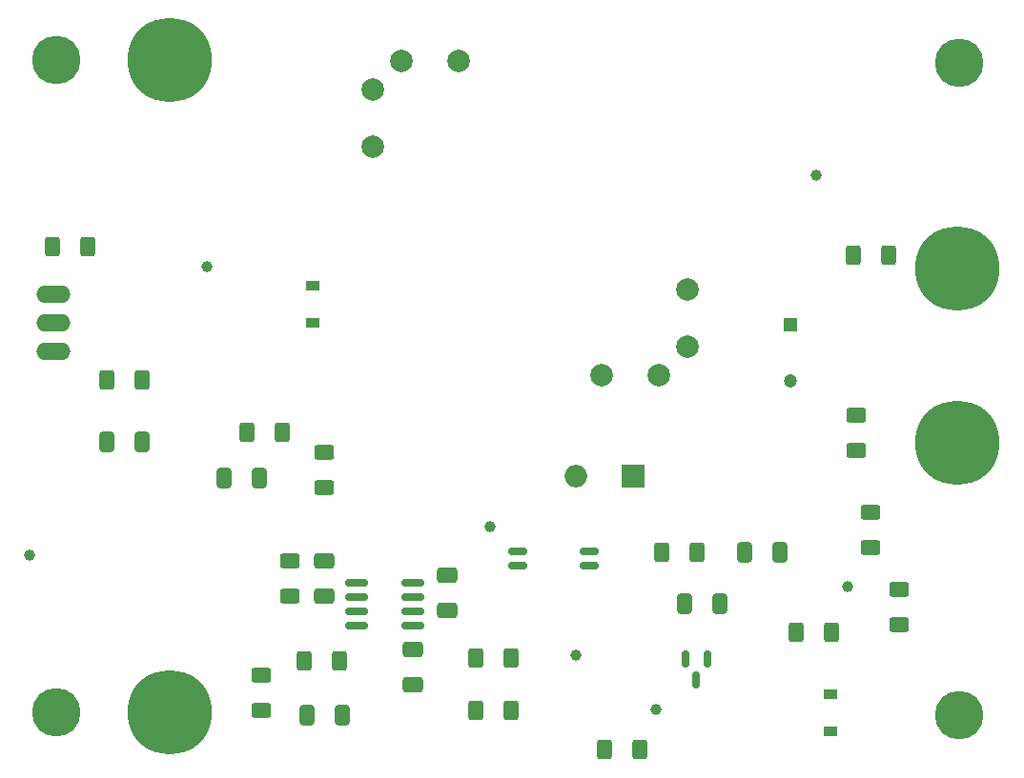
<source format=gbs>
G04 #@! TF.GenerationSoftware,KiCad,Pcbnew,(6.0.11)*
G04 #@! TF.CreationDate,2023-06-15T09:23:19+03:00*
G04 #@! TF.ProjectId,flyback_48V_48W,666c7962-6163-46b5-9f34-38565f343857,rev?*
G04 #@! TF.SameCoordinates,Original*
G04 #@! TF.FileFunction,Soldermask,Bot*
G04 #@! TF.FilePolarity,Negative*
%FSLAX46Y46*%
G04 Gerber Fmt 4.6, Leading zero omitted, Abs format (unit mm)*
G04 Created by KiCad (PCBNEW (6.0.11)) date 2023-06-15 09:23:19*
%MOMM*%
%LPD*%
G01*
G04 APERTURE LIST*
G04 Aperture macros list*
%AMRoundRect*
0 Rectangle with rounded corners*
0 $1 Rounding radius*
0 $2 $3 $4 $5 $6 $7 $8 $9 X,Y pos of 4 corners*
0 Add a 4 corners polygon primitive as box body*
4,1,4,$2,$3,$4,$5,$6,$7,$8,$9,$2,$3,0*
0 Add four circle primitives for the rounded corners*
1,1,$1+$1,$2,$3*
1,1,$1+$1,$4,$5*
1,1,$1+$1,$6,$7*
1,1,$1+$1,$8,$9*
0 Add four rect primitives between the rounded corners*
20,1,$1+$1,$2,$3,$4,$5,0*
20,1,$1+$1,$4,$5,$6,$7,0*
20,1,$1+$1,$6,$7,$8,$9,0*
20,1,$1+$1,$8,$9,$2,$3,0*%
G04 Aperture macros list end*
%ADD10O,2.000000X2.000000*%
%ADD11R,2.000000X2.000000*%
%ADD12C,2.000000*%
%ADD13C,7.500000*%
%ADD14C,4.700000*%
%ADD15O,3.048000X1.524000*%
%ADD16C,4.300000*%
%ADD17C,1.200000*%
%ADD18R,1.200000X1.200000*%
%ADD19C,1.000000*%
%ADD20RoundRect,0.250000X-0.400000X-0.625000X0.400000X-0.625000X0.400000X0.625000X-0.400000X0.625000X0*%
%ADD21RoundRect,0.250000X0.400000X0.625000X-0.400000X0.625000X-0.400000X-0.625000X0.400000X-0.625000X0*%
%ADD22RoundRect,0.250000X0.650000X-0.412500X0.650000X0.412500X-0.650000X0.412500X-0.650000X-0.412500X0*%
%ADD23RoundRect,0.250000X0.625000X-0.400000X0.625000X0.400000X-0.625000X0.400000X-0.625000X-0.400000X0*%
%ADD24RoundRect,0.150000X-0.825000X-0.150000X0.825000X-0.150000X0.825000X0.150000X-0.825000X0.150000X0*%
%ADD25RoundRect,0.150000X-0.662500X-0.150000X0.662500X-0.150000X0.662500X0.150000X-0.662500X0.150000X0*%
%ADD26RoundRect,0.250000X-0.650000X0.412500X-0.650000X-0.412500X0.650000X-0.412500X0.650000X0.412500X0*%
%ADD27RoundRect,0.250000X0.412500X0.650000X-0.412500X0.650000X-0.412500X-0.650000X0.412500X-0.650000X0*%
%ADD28RoundRect,0.250000X-0.625000X0.400000X-0.625000X-0.400000X0.625000X-0.400000X0.625000X0.400000X0*%
%ADD29R,1.200000X0.900000*%
%ADD30RoundRect,0.150000X-0.150000X0.587500X-0.150000X-0.587500X0.150000X-0.587500X0.150000X0.587500X0*%
%ADD31RoundRect,0.250000X-0.412500X-0.650000X0.412500X-0.650000X0.412500X0.650000X-0.412500X0.650000X0*%
G04 APERTURE END LIST*
D10*
X152146000Y-72930000D03*
D11*
X157226000Y-72930000D03*
D12*
X141732000Y-36068000D03*
X136652000Y-36068000D03*
X134112000Y-38608000D03*
X134112000Y-43688000D03*
X154432000Y-64008000D03*
X159512000Y-64008000D03*
X162052000Y-56388000D03*
X162052000Y-61468000D03*
D13*
X116000000Y-94000000D03*
D14*
X116000000Y-94000000D03*
D15*
X105725000Y-61840000D03*
X105725000Y-56760000D03*
X105725000Y-59300000D03*
D16*
X186098500Y-94234000D03*
D13*
X186000000Y-54500000D03*
D14*
X186000000Y-54500000D03*
D16*
X186098500Y-36234000D03*
D17*
X171196000Y-64476000D03*
D18*
X171196000Y-59476000D03*
D16*
X106000000Y-94000000D03*
X106000000Y-36000000D03*
D19*
X144526000Y-77470000D03*
D13*
X186000000Y-70000000D03*
D14*
X186000000Y-70000000D03*
D19*
X103632000Y-80010000D03*
X173482000Y-46228000D03*
D14*
X116000000Y-36000000D03*
D13*
X116000000Y-36000000D03*
D19*
X152146000Y-88900000D03*
D20*
X110450000Y-64400000D03*
X113550000Y-64400000D03*
D21*
X105650000Y-52578000D03*
X108750000Y-52578000D03*
D22*
X129794000Y-83604500D03*
X129794000Y-80479500D03*
D23*
X124206000Y-93752000D03*
X124206000Y-90652000D03*
D24*
X137603000Y-86233000D03*
X137603000Y-84963000D03*
X137603000Y-83693000D03*
X137603000Y-82423000D03*
X132653000Y-82423000D03*
X132653000Y-83693000D03*
X132653000Y-84963000D03*
X132653000Y-86233000D03*
D25*
X146926500Y-80899000D03*
X146926500Y-79629000D03*
X153301500Y-79629000D03*
X153301500Y-80899000D03*
D26*
X137668000Y-91478500D03*
X137668000Y-88353500D03*
D27*
X113562500Y-69900000D03*
X110437500Y-69900000D03*
X164884500Y-84328000D03*
X161759500Y-84328000D03*
X123990500Y-73152000D03*
X120865500Y-73152000D03*
D28*
X177038000Y-67538000D03*
X177038000Y-70638000D03*
X178308000Y-79274000D03*
X178308000Y-76174000D03*
D23*
X129794000Y-73940000D03*
X129794000Y-70840000D03*
D29*
X128778000Y-56008000D03*
X128778000Y-59308000D03*
D27*
X170218500Y-79756000D03*
X167093500Y-79756000D03*
D20*
X127990000Y-89408000D03*
X131090000Y-89408000D03*
D21*
X174778000Y-86868000D03*
X171678000Y-86868000D03*
X126010000Y-69088000D03*
X122910000Y-69088000D03*
D30*
X161864000Y-89232500D03*
X163764000Y-89232500D03*
X162814000Y-91107500D03*
D21*
X146330000Y-89154000D03*
X143230000Y-89154000D03*
X157760000Y-97282000D03*
X154660000Y-97282000D03*
D19*
X176276000Y-82804000D03*
D21*
X146330000Y-93770000D03*
X143230000Y-93770000D03*
D29*
X174752000Y-92330000D03*
X174752000Y-95630000D03*
D31*
X128231500Y-94234000D03*
X131356500Y-94234000D03*
D21*
X162840000Y-79756000D03*
X159740000Y-79756000D03*
D19*
X159258000Y-93726000D03*
D22*
X140716000Y-81749500D03*
X140716000Y-84874500D03*
D19*
X119380000Y-54356000D03*
D23*
X126746000Y-83592000D03*
X126746000Y-80492000D03*
D28*
X180848000Y-83032000D03*
X180848000Y-86132000D03*
D21*
X179858000Y-53340000D03*
X176758000Y-53340000D03*
M02*

</source>
